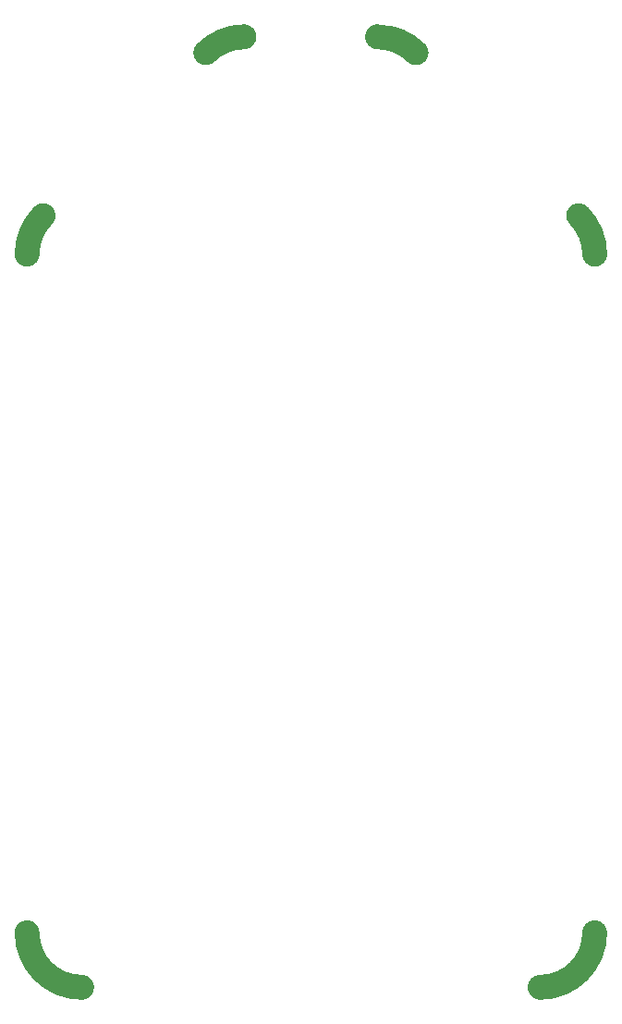
<source format=gko>
G04 Layer_Color=16711935*
%FSLAX44Y44*%
%MOMM*%
G71*
G01*
G75*
%ADD205C,2.2500*%
D205*
X-10000Y40000D02*
G03*
X40000Y-10000I50000J0D01*
G01*
X460000D02*
G03*
X510000Y40000I0J50000D01*
G01*
X188677Y859999D02*
G03*
X153645Y845355I323J-49999D01*
G01*
X346355Y845355D02*
G03*
X311000Y860000I-35355J-35355D01*
G01*
X4645Y696355D02*
G03*
X-10000Y661000I35355J-35355D01*
G01*
X510000D02*
G03*
X495355Y696355I-50000J-0D01*
G01*
M02*

</source>
